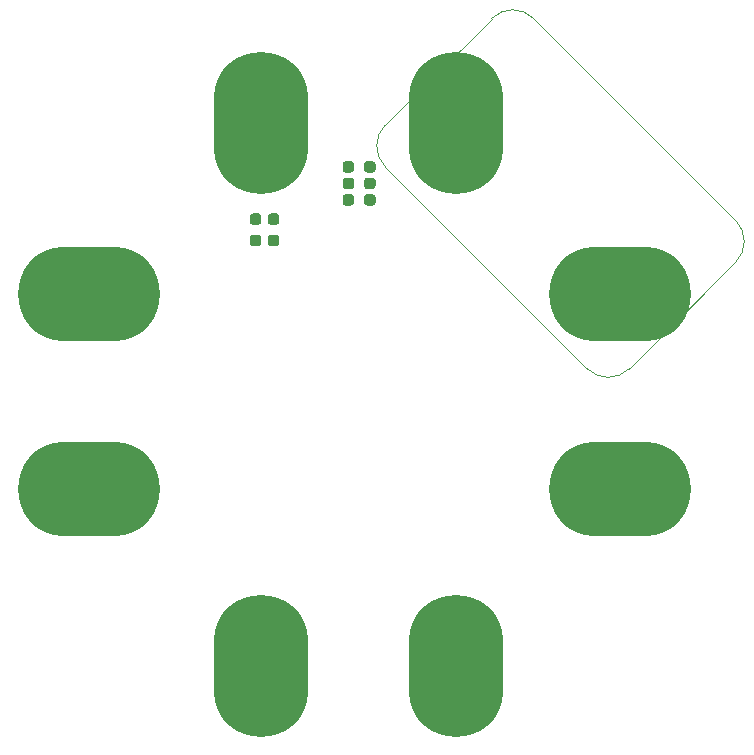
<source format=gbr>
%TF.GenerationSoftware,KiCad,Pcbnew,(5.1.8-0-10_14)*%
%TF.CreationDate,2021-03-06T23:03:25+08:00*%
%TF.ProjectId,batt_board,62617474-5f62-46f6-9172-642e6b696361,v1.0.0*%
%TF.SameCoordinates,Original*%
%TF.FileFunction,Paste,Bot*%
%TF.FilePolarity,Positive*%
%FSLAX46Y46*%
G04 Gerber Fmt 4.6, Leading zero omitted, Abs format (unit mm)*
G04 Created by KiCad (PCBNEW (5.1.8-0-10_14)) date 2021-03-06 23:03:25*
%MOMM*%
%LPD*%
G01*
G04 APERTURE LIST*
%ADD10C,0.120000*%
%ADD11O,12.000000X8.000000*%
%ADD12O,8.000000X12.000000*%
G04 APERTURE END LIST*
D10*
%TO.C,J11*%
X142064775Y-62200189D02*
X151045031Y-53219933D01*
X159127261Y-82854778D02*
X142064775Y-65792291D01*
X171699620Y-73874522D02*
X162719364Y-82854778D01*
X154637133Y-53219933D02*
X171699620Y-70282419D01*
X151045031Y-53219933D02*
G75*
G02*
X154637133Y-53219933I1796051J-1796051D01*
G01*
X142064775Y-65792291D02*
G75*
G02*
X142064775Y-62200189I1796051J1796051D01*
G01*
X162719364Y-82854779D02*
G75*
G02*
X159127261Y-82854778I-1796051J1796052D01*
G01*
X171699620Y-70282420D02*
G75*
G02*
X171699620Y-73874522I-1796051J-1796051D01*
G01*
%TD*%
D11*
%TO.C,J5*%
X116949200Y-93077200D03*
X116949200Y-76567200D03*
%TD*%
%TO.C,R13*%
G36*
G01*
X140252000Y-68817500D02*
X140252000Y-68342500D01*
G75*
G02*
X140489500Y-68105000I237500J0D01*
G01*
X140989500Y-68105000D01*
G75*
G02*
X141227000Y-68342500I0J-237500D01*
G01*
X141227000Y-68817500D01*
G75*
G02*
X140989500Y-69055000I-237500J0D01*
G01*
X140489500Y-69055000D01*
G75*
G02*
X140252000Y-68817500I0J237500D01*
G01*
G37*
G36*
G01*
X138427000Y-68817500D02*
X138427000Y-68342500D01*
G75*
G02*
X138664500Y-68105000I237500J0D01*
G01*
X139164500Y-68105000D01*
G75*
G02*
X139402000Y-68342500I0J-237500D01*
G01*
X139402000Y-68817500D01*
G75*
G02*
X139164500Y-69055000I-237500J0D01*
G01*
X138664500Y-69055000D01*
G75*
G02*
X138427000Y-68817500I0J237500D01*
G01*
G37*
%TD*%
%TO.C,R12*%
G36*
G01*
X139402000Y-66945500D02*
X139402000Y-67420500D01*
G75*
G02*
X139164500Y-67658000I-237500J0D01*
G01*
X138664500Y-67658000D01*
G75*
G02*
X138427000Y-67420500I0J237500D01*
G01*
X138427000Y-66945500D01*
G75*
G02*
X138664500Y-66708000I237500J0D01*
G01*
X139164500Y-66708000D01*
G75*
G02*
X139402000Y-66945500I0J-237500D01*
G01*
G37*
G36*
G01*
X141227000Y-66945500D02*
X141227000Y-67420500D01*
G75*
G02*
X140989500Y-67658000I-237500J0D01*
G01*
X140489500Y-67658000D01*
G75*
G02*
X140252000Y-67420500I0J237500D01*
G01*
X140252000Y-66945500D01*
G75*
G02*
X140489500Y-66708000I237500J0D01*
G01*
X140989500Y-66708000D01*
G75*
G02*
X141227000Y-66945500I0J-237500D01*
G01*
G37*
%TD*%
%TO.C,R11*%
G36*
G01*
X140252000Y-66023500D02*
X140252000Y-65548500D01*
G75*
G02*
X140489500Y-65311000I237500J0D01*
G01*
X140989500Y-65311000D01*
G75*
G02*
X141227000Y-65548500I0J-237500D01*
G01*
X141227000Y-66023500D01*
G75*
G02*
X140989500Y-66261000I-237500J0D01*
G01*
X140489500Y-66261000D01*
G75*
G02*
X140252000Y-66023500I0J237500D01*
G01*
G37*
G36*
G01*
X138427000Y-66023500D02*
X138427000Y-65548500D01*
G75*
G02*
X138664500Y-65311000I237500J0D01*
G01*
X139164500Y-65311000D01*
G75*
G02*
X139402000Y-65548500I0J-237500D01*
G01*
X139402000Y-66023500D01*
G75*
G02*
X139164500Y-66261000I-237500J0D01*
G01*
X138664500Y-66261000D01*
G75*
G02*
X138427000Y-66023500I0J237500D01*
G01*
G37*
%TD*%
%TO.C,R10*%
G36*
G01*
X132825500Y-70695000D02*
X132350500Y-70695000D01*
G75*
G02*
X132113000Y-70457500I0J237500D01*
G01*
X132113000Y-69957500D01*
G75*
G02*
X132350500Y-69720000I237500J0D01*
G01*
X132825500Y-69720000D01*
G75*
G02*
X133063000Y-69957500I0J-237500D01*
G01*
X133063000Y-70457500D01*
G75*
G02*
X132825500Y-70695000I-237500J0D01*
G01*
G37*
G36*
G01*
X132825500Y-72520000D02*
X132350500Y-72520000D01*
G75*
G02*
X132113000Y-72282500I0J237500D01*
G01*
X132113000Y-71782500D01*
G75*
G02*
X132350500Y-71545000I237500J0D01*
G01*
X132825500Y-71545000D01*
G75*
G02*
X133063000Y-71782500I0J-237500D01*
G01*
X133063000Y-72282500D01*
G75*
G02*
X132825500Y-72520000I-237500J0D01*
G01*
G37*
%TD*%
%TO.C,R9*%
G36*
G01*
X130826500Y-71545000D02*
X131301500Y-71545000D01*
G75*
G02*
X131539000Y-71782500I0J-237500D01*
G01*
X131539000Y-72282500D01*
G75*
G02*
X131301500Y-72520000I-237500J0D01*
G01*
X130826500Y-72520000D01*
G75*
G02*
X130589000Y-72282500I0J237500D01*
G01*
X130589000Y-71782500D01*
G75*
G02*
X130826500Y-71545000I237500J0D01*
G01*
G37*
G36*
G01*
X130826500Y-69720000D02*
X131301500Y-69720000D01*
G75*
G02*
X131539000Y-69957500I0J-237500D01*
G01*
X131539000Y-70457500D01*
G75*
G02*
X131301500Y-70695000I-237500J0D01*
G01*
X130826500Y-70695000D01*
G75*
G02*
X130589000Y-70457500I0J237500D01*
G01*
X130589000Y-69957500D01*
G75*
G02*
X130826500Y-69720000I237500J0D01*
G01*
G37*
%TD*%
D12*
%TO.C,J2*%
X148077200Y-108050800D03*
X131567200Y-108050800D03*
%TD*%
D11*
%TO.C,J4*%
X161949200Y-93077200D03*
X161949200Y-76567200D03*
%TD*%
D12*
%TO.C,J3*%
X148077200Y-62050800D03*
X131567200Y-62050800D03*
%TD*%
M02*

</source>
